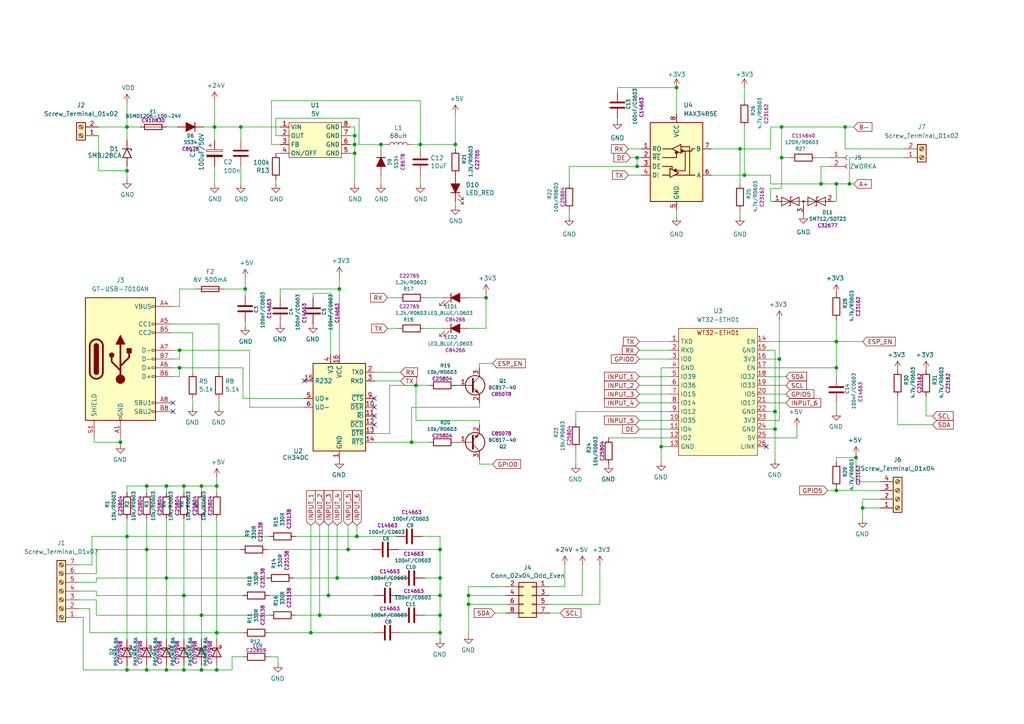
<source format=kicad_sch>
(kicad_sch (version 20211123) (generator eeschema)
  (paper "A4")
  (junction (at 184.785 48.26))
  (junction (at 191.77 129.54))
  (junction (at 119.38 128.27))
  (junction (at 42.545 194.31))
  (junction (at 34.925 128.27))
  (junction (at 48.26 167.64))
  (junction (at 98.425 83.82))
  (junction (at 127.635 159.385))
  (junction (at 248.285 132.715))
  (junction (at 90.17 183.515))
  (junction (at 52.07 106.68))
  (junction (at 58.42 178.435))
  (junction (at 184.785 45.72))
  (junction (at 62.865 183.515))
  (junction (at 103.505 155.575))
  (junction (at 226.06 104.14))
  (junction (at 224.79 119.38))
  (junction (at 226.695 36.83))
  (junction (at 36.83 36.83))
  (junction (at 62.23 36.83))
  (junction (at 226.695 45.72))
  (junction (at 132.08 41.91))
  (junction (at 242.57 99.06))
  (junction (at 140.97 86.36))
  (junction (at 250.19 147.32))
  (junction (at 214.63 43.18))
  (junction (at 58.42 194.31))
  (junction (at 102.87 41.91))
  (junction (at 121.92 41.91))
  (junction (at 127.635 183.515))
  (junction (at 92.71 178.435))
  (junction (at 246.38 53.34))
  (junction (at 102.87 44.45))
  (junction (at 53.34 194.31))
  (junction (at 135.89 175.26))
  (junction (at 110.49 41.91))
  (junction (at 100.965 159.385))
  (junction (at 95.25 172.72))
  (junction (at 196.215 25.4))
  (junction (at 42.545 140.97))
  (junction (at 53.34 140.97))
  (junction (at 69.85 36.83))
  (junction (at 215.9 50.8))
  (junction (at 58.42 140.97))
  (junction (at 97.79 167.64))
  (junction (at 52.07 101.6))
  (junction (at 127.635 178.435))
  (junction (at 120.65 111.76))
  (junction (at 127.635 172.72))
  (junction (at 36.83 49.53))
  (junction (at 242.57 142.24))
  (junction (at 62.865 140.97))
  (junction (at 36.83 194.31))
  (junction (at 238.125 53.34))
  (junction (at 48.26 140.97))
  (junction (at 36.83 155.575))
  (junction (at 224.79 124.46))
  (junction (at 242.57 106.68))
  (junction (at 53.34 172.72))
  (junction (at 242.57 53.34))
  (junction (at 102.87 39.37))
  (junction (at 135.89 172.72))
  (junction (at 42.545 159.385))
  (junction (at 71.12 83.82))
  (junction (at 48.26 194.31))
  (junction (at 127.635 167.64))
  (junction (at 62.865 194.31))
  (junction (at 245.11 36.83))
  (no_connect (at 108.585 115.57))
  (no_connect (at 50.165 116.84))
  (no_connect (at 108.585 118.11))
  (no_connect (at 50.165 119.38))
  (no_connect (at 222.25 129.54))
  (no_connect (at 88.265 110.49))
  (no_connect (at 108.585 123.19))
  (no_connect (at 108.585 120.65))
  (wire (pts (xy 72.39 101.6) (xy 52.07 101.6)))
  (wire (pts (xy 222.25 127) (xy 231.14 127)))
  (wire (pts (xy 72.39 118.11) (xy 72.39 101.6)))
  (wire (pts (xy 97.79 167.64) (xy 97.79 152.4)))
  (wire (pts (xy 62.865 138.43) (xy 62.865 140.97)))
  (wire (pts (xy 139.065 116.84) (xy 139.065 118.11)))
  (wire (pts (xy 50.165 109.22) (xy 52.07 109.22)))
  (wire (pts (xy 115.57 167.64) (xy 97.79 167.64)))
  (wire (pts (xy 63.5 115.57) (xy 63.5 118.11)))
  (wire (pts (xy 246.38 53.34) (xy 246.38 45.72)))
  (wire (pts (xy 223.52 54.61) (xy 223.52 58.42)))
  (wire (pts (xy 242.57 53.34) (xy 246.38 53.34)))
  (wire (pts (xy 223.52 43.18) (xy 223.52 36.83)))
  (wire (pts (xy 135.89 172.72) (xy 135.89 175.26)))
  (wire (pts (xy 127.635 167.64) (xy 127.635 172.72)))
  (wire (pts (xy 36.83 142.875) (xy 36.83 140.97)))
  (wire (pts (xy 70.485 172.72) (xy 53.34 172.72)))
  (wire (pts (xy 242.57 141.605) (xy 242.57 142.24)))
  (wire (pts (xy 62.865 183.515) (xy 62.865 185.42)))
  (wire (pts (xy 102.87 44.45) (xy 102.87 53.34)))
  (wire (pts (xy 139.065 134.62) (xy 139.065 133.35)))
  (wire (pts (xy 185.42 111.76) (xy 194.31 111.76)))
  (wire (pts (xy 36.83 155.575) (xy 26.67 155.575)))
  (wire (pts (xy 121.92 29.21) (xy 121.92 41.91)))
  (wire (pts (xy 69.85 36.83) (xy 81.28 36.83)))
  (wire (pts (xy 48.26 194.31) (xy 53.34 194.31)))
  (wire (pts (xy 42.545 150.495) (xy 42.545 159.385)))
  (wire (pts (xy 36.83 155.575) (xy 36.83 185.42)))
  (wire (pts (xy 127.635 183.515) (xy 127.635 178.435)))
  (wire (pts (xy 36.83 193.04) (xy 36.83 194.31)))
  (wire (pts (xy 214.63 43.18) (xy 223.52 43.18)))
  (wire (pts (xy 224.79 124.46) (xy 224.79 119.38)))
  (wire (pts (xy 26.67 155.575) (xy 26.67 163.83)))
  (wire (pts (xy 28.575 39.37) (xy 28.575 49.53)))
  (wire (pts (xy 222.25 121.92) (xy 226.06 121.92)))
  (wire (pts (xy 238.125 53.34) (xy 242.57 53.34)))
  (wire (pts (xy 167.005 119.38) (xy 167.005 122.555)))
  (wire (pts (xy 168.91 172.72) (xy 168.91 163.83)))
  (wire (pts (xy 42.545 159.385) (xy 42.545 185.42)))
  (wire (pts (xy 139.065 134.62) (xy 142.875 134.62)))
  (wire (pts (xy 48.26 140.97) (xy 53.34 140.97)))
  (wire (pts (xy 80.645 190.5) (xy 80.645 192.405)))
  (wire (pts (xy 48.26 36.83) (xy 51.435 36.83)))
  (wire (pts (xy 245.11 36.83) (xy 247.65 36.83)))
  (wire (pts (xy 102.87 36.83) (xy 102.87 39.37)))
  (wire (pts (xy 270.51 123.19) (xy 260.35 123.19)))
  (wire (pts (xy 36.83 194.31) (xy 24.13 194.31)))
  (wire (pts (xy 26.035 176.53) (xy 22.86 176.53)))
  (wire (pts (xy 101.6 36.83) (xy 102.87 36.83)))
  (wire (pts (xy 238.125 48.26) (xy 238.125 53.34)))
  (wire (pts (xy 215.9 50.8) (xy 215.9 36.83)))
  (wire (pts (xy 53.34 194.31) (xy 58.42 194.31)))
  (wire (pts (xy 34.925 127) (xy 34.925 128.27)))
  (wire (pts (xy 42.545 159.385) (xy 27.94 159.385)))
  (wire (pts (xy 112.395 86.36) (xy 115.57 86.36)))
  (wire (pts (xy 127.635 172.72) (xy 127.635 178.435)))
  (wire (pts (xy 48.26 194.31) (xy 48.26 193.04)))
  (wire (pts (xy 241.935 58.42) (xy 242.57 58.42)))
  (wire (pts (xy 165.1 48.26) (xy 184.785 48.26)))
  (wire (pts (xy 165.1 48.26) (xy 165.1 53.34)))
  (wire (pts (xy 255.27 147.32) (xy 250.19 147.32)))
  (wire (pts (xy 191.77 129.54) (xy 191.77 133.985)))
  (wire (pts (xy 24.13 194.31) (xy 24.13 179.07)))
  (wire (pts (xy 236.855 45.72) (xy 240.665 45.72)))
  (wire (pts (xy 36.83 150.495) (xy 36.83 155.575)))
  (wire (pts (xy 139.065 123.19) (xy 139.065 121.92)))
  (wire (pts (xy 242.57 119.38) (xy 242.57 116.84)))
  (wire (pts (xy 250.19 144.78) (xy 250.19 147.32)))
  (wire (pts (xy 206.375 50.8) (xy 215.9 50.8)))
  (wire (pts (xy 185.42 124.46) (xy 194.31 124.46)))
  (wire (pts (xy 132.08 33.02) (xy 132.08 41.91)))
  (wire (pts (xy 224.79 119.38) (xy 222.25 119.38)))
  (wire (pts (xy 48.26 150.495) (xy 48.26 167.64)))
  (wire (pts (xy 226.695 54.61) (xy 223.52 54.61)))
  (wire (pts (xy 85.725 178.435) (xy 92.71 178.435)))
  (wire (pts (xy 53.34 172.72) (xy 27.94 172.72)))
  (wire (pts (xy 159.385 175.26) (xy 173.99 175.26)))
  (wire (pts (xy 127.635 155.575) (xy 127.635 159.385)))
  (wire (pts (xy 184.785 45.72) (xy 184.785 48.26)))
  (wire (pts (xy 92.71 178.435) (xy 92.71 152.4)))
  (wire (pts (xy 223.52 58.42) (xy 224.155 58.42)))
  (wire (pts (xy 206.375 43.18) (xy 214.63 43.18)))
  (wire (pts (xy 140.97 86.36) (xy 140.97 85.09)))
  (wire (pts (xy 48.26 167.64) (xy 48.26 185.42)))
  (wire (pts (xy 132.08 41.91) (xy 132.08 43.18)))
  (wire (pts (xy 119.38 118.11) (xy 119.38 128.27)))
  (wire (pts (xy 27.305 127) (xy 27.305 128.27)))
  (wire (pts (xy 27.94 166.37) (xy 22.86 166.37)))
  (wire (pts (xy 55.88 115.57) (xy 55.88 118.11)))
  (wire (pts (xy 167.005 130.175) (xy 167.005 134.62)))
  (wire (pts (xy 135.89 170.18) (xy 146.685 170.18)))
  (wire (pts (xy 108.585 110.49) (xy 116.205 110.49)))
  (wire (pts (xy 173.99 175.26) (xy 173.99 163.83)))
  (wire (pts (xy 110.49 41.91) (xy 111.76 41.91)))
  (wire (pts (xy 81.28 83.82) (xy 81.28 86.36)))
  (wire (pts (xy 70.485 183.515) (xy 62.865 183.515)))
  (wire (pts (xy 42.545 194.31) (xy 42.545 193.04)))
  (wire (pts (xy 40.64 36.83) (xy 36.83 36.83)))
  (wire (pts (xy 36.83 194.31) (xy 42.545 194.31)))
  (wire (pts (xy 62.865 150.495) (xy 62.865 183.515)))
  (wire (pts (xy 102.87 41.91) (xy 102.87 44.45)))
  (wire (pts (xy 114.935 155.575) (xy 103.505 155.575)))
  (wire (pts (xy 113.03 125.73) (xy 113.03 111.76)))
  (wire (pts (xy 85.725 155.575) (xy 103.505 155.575)))
  (wire (pts (xy 108.585 128.27) (xy 119.38 128.27)))
  (wire (pts (xy 62.23 48.26) (xy 62.23 53.34)))
  (wire (pts (xy 242.57 92.71) (xy 242.57 99.06)))
  (wire (pts (xy 58.42 178.435) (xy 58.42 185.42)))
  (wire (pts (xy 131.445 111.76) (xy 132.08 111.76)))
  (wire (pts (xy 95.25 172.72) (xy 95.25 152.4)))
  (wire (pts (xy 80.01 44.45) (xy 81.28 44.45)))
  (wire (pts (xy 135.89 175.26) (xy 146.685 175.26)))
  (wire (pts (xy 226.695 36.83) (xy 245.11 36.83)))
  (wire (pts (xy 159.385 170.18) (xy 163.83 170.18)))
  (wire (pts (xy 52.07 88.9) (xy 50.165 88.9)))
  (wire (pts (xy 62.23 40.64) (xy 62.23 36.83)))
  (wire (pts (xy 222.25 111.76) (xy 227.965 111.76)))
  (wire (pts (xy 214.63 60.96) (xy 214.63 62.865)))
  (wire (pts (xy 110.49 41.91) (xy 110.49 43.18)))
  (wire (pts (xy 27.94 178.435) (xy 27.94 173.99)))
  (wire (pts (xy 167.005 119.38) (xy 194.31 119.38)))
  (wire (pts (xy 71.12 80.645) (xy 71.12 83.82)))
  (wire (pts (xy 108.585 107.95) (xy 116.205 107.95)))
  (wire (pts (xy 123.19 95.25) (xy 128.27 95.25)))
  (wire (pts (xy 78.74 29.21) (xy 121.92 29.21)))
  (wire (pts (xy 98.425 80.01) (xy 98.425 83.82)))
  (wire (pts (xy 242.57 132.715) (xy 242.57 133.985)))
  (wire (pts (xy 52.07 83.82) (xy 52.07 88.9)))
  (wire (pts (xy 62.865 140.97) (xy 62.865 142.875)))
  (wire (pts (xy 185.42 114.3) (xy 194.31 114.3)))
  (wire (pts (xy 62.23 36.83) (xy 62.23 29.21)))
  (wire (pts (xy 179.07 25.4) (xy 196.215 25.4)))
  (wire (pts (xy 120.65 121.92) (xy 120.65 111.76)))
  (wire (pts (xy 78.105 183.515) (xy 90.17 183.515)))
  (wire (pts (xy 222.25 106.68) (xy 242.57 106.68)))
  (wire (pts (xy 270.51 120.65) (xy 268.605 120.65)))
  (wire (pts (xy 222.25 104.14) (xy 226.06 104.14)))
  (wire (pts (xy 135.89 172.72) (xy 146.685 172.72)))
  (wire (pts (xy 135.89 86.36) (xy 140.97 86.36)))
  (wire (pts (xy 268.605 120.65) (xy 268.605 114.935)))
  (wire (pts (xy 78.105 190.5) (xy 80.645 190.5)))
  (wire (pts (xy 70.485 115.57) (xy 70.485 106.68)))
  (wire (pts (xy 52.07 109.22) (xy 52.07 106.68)))
  (wire (pts (xy 34.925 128.27) (xy 34.925 128.905)))
  (wire (pts (xy 98.425 83.82) (xy 98.425 102.87)))
  (wire (pts (xy 27.94 167.64) (xy 27.94 168.91)))
  (wire (pts (xy 102.87 39.37) (xy 102.87 41.91)))
  (wire (pts (xy 124.46 111.76) (xy 120.65 111.76)))
  (wire (pts (xy 121.92 41.91) (xy 132.08 41.91)))
  (wire (pts (xy 90.17 183.515) (xy 90.17 152.4)))
  (wire (pts (xy 255.27 144.78) (xy 250.19 144.78)))
  (wire (pts (xy 50.165 104.14) (xy 52.07 104.14)))
  (wire (pts (xy 226.695 45.72) (xy 229.235 45.72)))
  (wire (pts (xy 27.94 168.91) (xy 22.86 168.91)))
  (wire (pts (xy 100.965 159.385) (xy 100.965 152.4)))
  (wire (pts (xy 80.01 34.29) (xy 104.14 34.29)))
  (wire (pts (xy 69.85 159.385) (xy 42.545 159.385)))
  (wire (pts (xy 28.575 36.83) (xy 36.83 36.83)))
  (wire (pts (xy 62.865 194.31) (xy 62.865 193.04)))
  (wire (pts (xy 226.695 36.83) (xy 226.695 45.72)))
  (wire (pts (xy 223.52 36.83) (xy 226.695 36.83)))
  (wire (pts (xy 226.06 121.92) (xy 226.06 104.14)))
  (wire (pts (xy 52.07 101.6) (xy 52.07 104.14)))
  (wire (pts (xy 179.07 25.4) (xy 179.07 26.67)))
  (wire (pts (xy 52.07 101.6) (xy 50.165 101.6)))
  (wire (pts (xy 28.575 49.53) (xy 36.83 49.53)))
  (wire (pts (xy 194.31 106.68) (xy 191.77 106.68)))
  (wire (pts (xy 224.79 101.6) (xy 224.79 119.38)))
  (wire (pts (xy 78.105 155.575) (xy 36.83 155.575)))
  (wire (pts (xy 48.26 167.64) (xy 27.94 167.64)))
  (wire (pts (xy 36.83 29.845) (xy 36.83 36.83)))
  (wire (pts (xy 242.57 99.06) (xy 242.57 106.68)))
  (wire (pts (xy 101.6 44.45) (xy 102.87 44.45)))
  (wire (pts (xy 81.28 39.37) (xy 80.01 39.37)))
  (wire (pts (xy 121.92 41.91) (xy 121.92 43.18)))
  (wire (pts (xy 226.06 92.71) (xy 226.06 104.14)))
  (wire (pts (xy 223.52 53.34) (xy 238.125 53.34)))
  (wire (pts (xy 140.97 95.25) (xy 135.89 95.25)))
  (wire (pts (xy 185.42 116.84) (xy 194.31 116.84)))
  (wire (pts (xy 182.245 43.18) (xy 186.055 43.18)))
  (wire (pts (xy 42.545 140.97) (xy 42.545 142.875)))
  (wire (pts (xy 246.38 53.34) (xy 247.65 53.34)))
  (wire (pts (xy 27.94 171.45) (xy 22.86 171.45)))
  (wire (pts (xy 159.385 177.8) (xy 162.56 177.8)))
  (wire (pts (xy 185.42 109.22) (xy 194.31 109.22)))
  (wire (pts (xy 53.34 194.31) (xy 53.34 193.04)))
  (wire (pts (xy 226.695 45.72) (xy 226.695 54.61)))
  (wire (pts (xy 179.07 34.29) (xy 179.07 34.925)))
  (wire (pts (xy 53.34 140.97) (xy 58.42 140.97)))
  (wire (pts (xy 58.42 140.97) (xy 58.42 142.875)))
  (wire (pts (xy 48.26 140.97) (xy 48.26 142.875)))
  (wire (pts (xy 215.9 50.8) (xy 223.52 50.8)))
  (wire (pts (xy 139.065 105.41) (xy 142.875 105.41)))
  (wire (pts (xy 260.35 123.19) (xy 260.35 114.935)))
  (wire (pts (xy 80.01 39.37) (xy 80.01 34.29)))
  (wire (pts (xy 69.85 48.26) (xy 69.85 53.34)))
  (wire (pts (xy 78.105 172.72) (xy 95.25 172.72)))
  (wire (pts (xy 242.57 99.06) (xy 222.25 99.06)))
  (wire (pts (xy 143.51 177.8) (xy 146.685 177.8)))
  (wire (pts (xy 222.25 114.3) (xy 227.965 114.3)))
  (wire (pts (xy 224.79 124.46) (xy 224.79 133.35)))
  (wire (pts (xy 36.83 48.26) (xy 36.83 49.53)))
  (wire (pts (xy 214.63 43.18) (xy 214.63 53.34)))
  (wire (pts (xy 63.5 93.98) (xy 63.5 107.95)))
  (wire (pts (xy 185.42 121.92) (xy 194.31 121.92)))
  (wire (pts (xy 63.5 93.98) (xy 50.165 93.98)))
  (wire (pts (xy 27.94 159.385) (xy 27.94 166.37)))
  (wire (pts (xy 70.485 106.68) (xy 52.07 106.68)))
  (wire (pts (xy 70.485 115.57) (xy 88.265 115.57)))
  (wire (pts (xy 196.215 60.96) (xy 196.215 62.865)))
  (wire (pts (xy 107.95 159.385) (xy 100.965 159.385)))
  (wire (pts (xy 53.34 172.72) (xy 53.34 185.42)))
  (wire (pts (xy 184.785 45.72) (xy 182.88 45.72)))
  (wire (pts (xy 69.85 36.83) (xy 69.85 40.64)))
  (wire (pts (xy 127.635 172.72) (xy 116.205 172.72)))
  (wire (pts (xy 127.635 183.515) (xy 127.635 185.42)))
  (wire (pts (xy 240.03 142.24) (xy 242.57 142.24)))
  (wire (pts (xy 139.065 105.41) (xy 139.065 106.68)))
  (wire (pts (xy 132.08 59.69) (xy 132.08 58.42)))
  (wire (pts (xy 163.83 170.18) (xy 163.83 163.83)))
  (wire (pts (xy 81.28 41.91) (xy 78.74 41.91)))
  (wire (pts (xy 72.39 118.11) (xy 88.265 118.11)))
  (wire (pts (xy 124.46 128.27) (xy 119.38 128.27)))
  (wire (pts (xy 42.545 140.97) (xy 48.26 140.97)))
  (wire (pts (xy 127.635 167.64) (xy 123.19 167.64)))
  (wire (pts (xy 222.25 109.22) (xy 227.965 109.22)))
  (wire (pts (xy 59.055 36.83) (xy 62.23 36.83)))
  (wire (pts (xy 242.57 106.68) (xy 242.57 109.22)))
  (wire (pts (xy 110.49 50.8) (xy 110.49 53.34)))
  (wire (pts (xy 250.19 147.32) (xy 250.19 150.495)))
  (wire (pts (xy 62.865 183.515) (xy 26.035 183.515)))
  (wire (pts (xy 242.57 53.34) (xy 242.57 58.42)))
  (wire (pts (xy 95.885 85.09) (xy 95.885 102.87)))
  (wire (pts (xy 34.925 128.27) (xy 27.305 128.27)))
  (wire (pts (xy 22.86 179.07) (xy 24.13 179.07)))
  (wire (pts (xy 185.42 101.6) (xy 194.31 101.6)))
  (wire (pts (xy 90.805 85.09) (xy 90.805 86.36)))
  (wire (pts (xy 101.6 39.37) (xy 102.87 39.37)))
  (wire (pts (xy 135.89 175.26) (xy 135.89 184.15)))
  (wire (pts (xy 135.89 170.18) (xy 135.89 172.72)))
  (wire (pts (xy 222.25 124.46) (xy 224.79 124.46)))
  (wire (pts (xy 42.545 194.31) (xy 48.26 194.31)))
  (wire (pts (xy 122.555 155.575) (xy 127.635 155.575)))
  (wire (pts (xy 55.88 96.52) (xy 50.165 96.52)))
  (wire (pts (xy 85.09 167.64) (xy 97.79 167.64)))
  (wire (pts (xy 127.635 178.435) (xy 123.19 178.435)))
  (wire (pts (xy 184.785 48.26) (xy 186.055 48.26)))
  (wire (pts (xy 67.31 190.5) (xy 70.485 190.5)))
  (wire (pts (xy 52.07 83.82) (xy 57.15 83.82)))
  (wire (pts (xy 27.94 172.72) (xy 27.94 171.45)))
  (wire (pts (xy 78.105 178.435) (xy 58.42 178.435)))
  (wire (pts (xy 191.77 106.68) (xy 191.77 129.54)))
  (wire (pts (xy 131.445 128.27) (xy 132.08 128.27)))
  (wire (pts (xy 108.585 183.515) (xy 90.17 183.515)))
  (wire (pts (xy 112.395 95.25) (xy 115.57 95.25)))
  (wire (pts (xy 182.245 50.8) (xy 186.055 50.8)))
  (wire (pts (xy 58.42 178.435) (xy 27.94 178.435)))
  (wire (pts (xy 139.065 121.92) (xy 120.65 121.92)))
  (wire (pts (xy 71.12 83.82) (xy 71.12 85.725)))
  (wire (pts (xy 123.19 86.36) (xy 128.27 86.36)))
  (wire (pts (xy 64.77 83.82) (xy 71.12 83.82)))
  (wire (pts (xy 95.885 85.09) (xy 90.805 85.09)))
  (wire (pts (xy 71.12 94.615) (xy 71.12 93.345)))
  (wire (pts (xy 36.83 49.53) (xy 36.83 52.07)))
  (wire (pts (xy 231.14 127) (xy 231.14 123.825)))
  (wire (pts (xy 255.27 139.7) (xy 248.285 139.7)))
  (wire (pts (xy 176.53 127) (xy 194.31 127)))
  (wire (pts (xy 36.83 140.97) (xy 42.545 140.97)))
  (wire (pts (xy 77.47 167.64) (xy 48.26 167.64)))
  (wire (pts (xy 27.94 173.99) (xy 22.86 173.99)))
  (wire (pts (xy 77.47 159.385) (xy 100.965 159.385)))
  (wire (pts (xy 242.57 99.06) (xy 250.19 99.06)))
  (wire (pts (xy 191.77 129.54) (xy 194.31 129.54)))
  (wire (pts (xy 215.9 25.4) (xy 215.9 29.21)))
  (wire (pts (xy 116.205 183.515) (xy 127.635 183.515)))
  (wire (pts (xy 185.42 104.14) (xy 194.31 104.14)))
  (wire (pts (xy 58.42 194.31) (xy 62.865 194.31)))
  (wire (pts (xy 246.38 45.72) (xy 262.255 45.72)))
  (wire (pts (xy 222.25 116.84) (xy 227.965 116.84)))
  (wire (pts (xy 78.74 41.91) (xy 78.74 29.21)))
  (wire (pts (xy 115.57 178.435) (xy 92.71 178.435)))
  (wire (pts (xy 55.88 107.95) (xy 55.88 96.52)))
  (wire (pts (xy 245.11 36.83) (xy 245.11 43.18)))
  (wire (pts (xy 186.055 45.72) (xy 184.785 45.72)))
  (wire (pts (xy 113.03 111.76) (xy 120.65 111.76)))
  (wire (pts (xy 104.14 41.91) (xy 110.49 41.91)))
  (wire (pts (xy 104.14 34.29) (xy 104.14 41.91)))
  (wire (pts (xy 53.34 140.97) (xy 53.34 142.875)))
  (wire (pts (xy 222.25 101.6) (xy 224.79 101.6)))
  (wire (pts (xy 140.97 86.36) (xy 140.97 95.25)))
  (wire (pts (xy 127.635 159.385) (xy 127.635 167.64)))
  (wire (pts (xy 108.585 125.73) (xy 113.03 125.73)))
  (wire (pts (xy 139.065 118.11) (xy 119.38 118.11)))
  (wire (pts (xy 58.42 194.31) (xy 58.42 193.04)))
  (wire (pts (xy 108.585 172.72) (xy 95.25 172.72)))
  (wire (pts (xy 103.505 155.575) (xy 103.505 152.4)))
  (wire (pts (xy 121.92 53.34) (xy 121.92 50.8)))
  (wire (pts (xy 26.67 163.83) (xy 22.86 163.83)))
  (wire (pts (xy 248.285 132.715) (xy 242.57 132.715)))
  (wire (pts (xy 245.11 43.18) (xy 262.255 43.18)))
  (wire (pts (xy 98.425 83.82) (xy 81.28 83.82)))
  (wire (pts (xy 62.23 36.83) (xy 69.85 36.83)))
  (wire (pts (xy 26.035 183.515) (xy 26.035 176.53)))
  (wire (pts (xy 119.38 41.91) (xy 121.92 41.91)))
  (wire (pts (xy 242.57 142.24) (xy 255.27 142.24)))
  (wire (pts (xy 185.42 99.06) (xy 194.31 99.06)))
  (wire (pts (xy 62.865 194.31) (xy 67.31 194.31)))
  (wire (pts (xy 101.6 41.91) (xy 102.87 41.91)))
  (wire (pts (xy 165.1 60.96) (xy 165.1 62.865)))
  (wire (pts (xy 58.42 150.495) (xy 58.42 178.435)))
  (wire (pts (xy 53.34 150.495) (xy 53.34 172.72)))
  (wire (pts (xy 127.635 159.385) (xy 115.57 159.385)))
  (wire (pts (xy 248.285 132.715) (xy 248.285 132.08)))
  (wire (pts (xy 248.285 139.7) (xy 248.285 132.715)))
  (wire (pts (xy 36.83 36.83) (xy 36.83 40.64)))
  (wire (pts (xy 223.52 50.8) (xy 223.52 53.34)))
  (wire (pts (xy 58.42 140.97) (xy 62.865 140.97)))
  (wire (pts (xy 159.385 172.72) (xy 168.91 172.72)))
  (wire (pts (xy 196.215 25.4) (xy 196.215 33.02)))
  (wire (pts (xy 50.165 106.68) (xy 52.07 106.68)))
  (wire (pts (xy 67.31 194.31) (xy 67.31 190.5)))
  (wire (pts (xy 240.665 48.26) (xy 238.125 48.26)))
  (wire (pts (xy 80.01 52.07) (xy 80.01 53.34)))
  (global_label "INPUT_5" (shape input) (at 185.42 121.92 180) (property "Intersheet References" "${INTERSHEET_REFS}" (effects hide)))
  (global_label "TX" (shape input) (at 112.395 95.25 180) (property "Intersheet References" "${INTERSHEET_REFS}" (effects hide)))
  (global_label "GPIO5" (shape input) (at 227.965 114.3 0) (property "Intersheet References" "${INTERSHEET_REFS}" (effects hide)))
  (global_label "SCL" (shape input) (at 227.965 111.76 0) (property "Intersheet References" "${INTERSHEET_REFS}" (effects hide)))
  (global_label "INPUT_1" (shape input) (at 185.42 109.22 180) (property "Intersheet References" "${INTERSHEET_REFS}" (effects hide)))
  (global_label "DE" (shape input) (at 185.42 124.46 180) (property "Intersheet References" "${INTERSHEET_REFS}" (effects hide)))
  (global_label "ESP_EN" (shape input) (at 250.19 99.06 0) (property "Intersheet References" "${INTERSHEET_REFS}" (effects hide)))
  (global_label "GPIO0" (shape input) (at 142.875 134.62 0) (property "Intersheet References" "${INTERSHEET_REFS}" (effects hide)))
  (global_label "SDA" (shape input) (at 270.51 123.19 0) (property "Intersheet References" "${INTERSHEET_REFS}" (effects hide)))
  (global_label "SDA" (shape input) (at 143.51 177.8 180) (property "Intersheet References" "${INTERSHEET_REFS}" (effects hide)))
  (global_label "INPUT_6" (shape input) (at 227.965 116.84 0) (property "Intersheet References" "${INTERSHEET_REFS}" (effects hide)))
  (global_label "TX" (shape input) (at 182.245 50.8 180) (property "Intersheet References" "${INTERSHEET_REFS}" (effects hide)))
  (global_label "DE" (shape input) (at 182.88 45.72 180) (property "Intersheet References" "${INTERSHEET_REFS}" (effects hide)))
  (global_label "GPIO0" (shape input) (at 185.42 104.14 180) (property "Intersheet References" "${INTERSHEET_REFS}" (effects hide)))
  (global_label "INPUT_2" (shape input) (at 92.71 152.4 90) (property "Intersheet References" "${INTERSHEET_REFS}" (effects hide)))
  (global_label "GPIO5" (shape input) (at 240.03 142.24 180) (property "Intersheet References" "${INTERSHEET_REFS}" (effects hide)))
  (global_label "INPUT_2" (shape input) (at 185.42 111.76 180) (property "Intersheet References" "${INTERSHEET_REFS}" (effects hide)))
  (global_label "RX" (shape input) (at 116.205 107.95 0) (property "Intersheet References" "${INTERSHEET_REFS}" (effects hide)))
  (global_label "SCL" (shape input) (at 162.56 177.8 0) (property "Intersheet References" "${INTERSHEET_REFS}" (effects hide)))
  (global_label "INPUT_5" (shape input) (at 100.965 152.4 90) (property "Intersheet References" "${INTERSHEET_REFS}" (effects hide)))
  (global_label "ESP_EN" (shape input) (at 142.875 105.41 0) (property "Intersheet References" "${INTERSHEET_REFS}" (effects hide)))
  (global_label "INPUT_4" (shape input) (at 97.79 152.4 90) (property "Intersheet References" "${INTERSHEET_REFS}" (effects hide)))
  (global_label "INPUT_3" (shape input) (at 95.25 152.4 90) (property "Intersheet References" "${INTERSHEET_REFS}" (effects hide)))
  (global_label "RX" (shape input) (at 182.245 43.18 180) (property "Intersheet References" "${INTERSHEET_REFS}" (effects hide)))
  (global_label "INPUT_4" (shape input) (at 185.42 116.84 180) (property "Intersheet References" "${INTERSHEET_REFS}" (effects hide)))
  (global_label "A+" (shape input) (at 247.65 53.34 0) (property "Intersheet References" "${INTERSHEET_REFS}" (effects hide)))
  (global_label "SDA" (shape input) (at 227.965 109.22 0) (property "Intersheet References" "${INTERSHEET_REFS}" (effects hide)))
  (global_label "B-" (shape input) (at 247.65 36.83 0) (property "Intersheet References" "${INTERSHEET_REFS}" (effects hide)))
  (global_label "INPUT_6" (shape input) (at 103.505 152.4 90) (property "Intersheet References" "${INTERSHEET_REFS}" (effects hide)))
  (global_label "TX" (shape input) (at 185.42 99.06 180) (property "Intersheet References" "${INTERSHEET_REFS}" (effects hide)))
  (global_label "RX" (shape input) (at 185.42 101.6 180) (property "Intersheet References" "${INTERSHEET_REFS}" (effects hide)))
  (global_label "SCL" (shape input) (at 270.51 120.65 0) (property "Intersheet References" "${INTERSHEET_REFS}" (effects hide)))
  (global_label "INPUT_3" (shape input) (at 185.42 114.3 180) (property "Intersheet References" "${INTERSHEET_REFS}" (effects hide)))
  (global_label "RX" (shape input) (at 112.395 86.36 180) (property "Intersheet References" "${INTERSHEET_REFS}" (effects hide)))
  (global_label "INPUT_1" (shape input) (at 90.17 152.4 90) (property "Intersheet References" "${INTERSHEET_REFS}" (effects hide)))
  (global_label "TX" (shape input) (at 116.205 110.49 0) (property "Intersheet References" "${INTERSHEET_REFS}" (effects hide)))
  (symbol (lib_id "power:GND") (at 127.635 185.42 0) (mirror y) (unit 1)
    (property "Reference" "#PWR021" (effects hide))
    (property "Value" "GND" (at 127.508 189.8142 0))
  )
  (symbol (lib_id "Device:C") (at 81.28 90.17 0) (unit 1)
    (property "Reference" "C4" (at 84.455 91.44 90) (effects (font (size 1 1)) (justify left)))
    (property "Value" "100nF/C0603" (at 86.36 95.885 90) (effects (font (size 1 1)) (justify left)))
    (property "Footprint" "Capacitor_SMD:C_0603_1608Metric" (effects hide))
    (property "JLCPCB" "C14663" (at 88.265 90.805 90) (effects (font (size 1 1))))
  )
  (symbol (lib_id "power:GND") (at 110.49 53.34 0) (unit 1)
    (property "Reference" "#PWR019" (effects hide))
    (property "Value" "GND" (at 110.617 57.7342 0))
  )
  (symbol (lib_id "Device:R") (at 81.915 155.575 90) (mirror x) (unit 1)
    (property "Reference" "R15" (at 80.01 149.86 0) (effects (font (size 1 1)) (justify left)))
    (property "Value" "330R" (at 81.915 148.59 0) (effects (font (size 1 1)) (justify left)))
    (property "Footprint" "Resistor_SMD:R_0603_1608Metric" (effects hide))
    (property "JLCPCB" "C23138" (at 83.82 150.495 0) (effects (font (size 1 1))))
  )
  (symbol (lib_id "power:+5V") (at 62.865 138.43 0) (unit 1)
    (property "Reference" "#PWR07" (effects hide))
    (property "Value" "+5V" (at 63.246 134.0358 0))
  )
  (symbol (lib_id "Device:Fuse") (at 60.96 83.82 90) (mirror x) (unit 1)
    (property "Reference" "F2" (at 60.96 78.8162 90))
    (property "Value" "6V 500mA " (at 60.96 81.1276 90))
    (property "Footprint" "Fuse:Fuse_1206_3216Metric" (effects hide))
  )
  (symbol (lib_id "Device:C") (at 90.805 90.17 0) (unit 1)
    (property "Reference" "C5" (at 93.98 91.44 90) (effects (font (size 1 1)) (justify left)))
    (property "Value" "100nF/C0603" (at 95.885 95.885 90) (effects (font (size 1 1)) (justify left)))
    (property "Footprint" "Capacitor_SMD:C_0603_1608Metric" (effects hide))
    (property "JLCPCB" "C14663" (at 97.79 90.805 90) (effects (font (size 1 1))))
  )
  (symbol (lib_id "Device:R") (at 128.27 111.76 270) (unit 1)
    (property "Reference" "R19" (at 127.635 106.045 90) (effects (font (size 1 1)) (justify left)))
    (property "Value" "10k/R0603" (at 123.825 107.95 90) (effects (font (size 1 1)) (justify left)))
    (property "Footprint" "Resistor_SMD:R_0603_1608Metric" (effects hide))
    (property "JLCPCB" "C25804" (at 128.27 109.855 90) (effects (font (size 1 1))))
  )
  (symbol (lib_id "Device:R") (at 128.27 128.27 270) (unit 1)
    (property "Reference" "R20" (at 127.635 122.555 90) (effects (font (size 1 1)) (justify left)))
    (property "Value" "10k/R0603" (at 123.825 124.46 90) (effects (font (size 1 1)) (justify left)))
    (property "Footprint" "Resistor_SMD:R_0603_1608Metric" (effects hide))
    (property "JLCPCB" "C25804" (at 128.27 126.365 90) (effects (font (size 1 1))))
  )
  (symbol (lib_id "Device:C") (at 179.07 30.48 0) (unit 1)
    (property "Reference" "C13" (at 182.245 31.75 90) (effects (font (size 1 1)) (justify left)))
    (property "Value" "100nF/C0603" (at 184.15 36.195 90) (effects (font (size 1 1)) (justify left)))
    (property "Footprint" "Capacitor_SMD:C_0603_1608Metric" (effects hide))
    (property "JLCPCB" "C14663" (at 186.055 31.115 90) (effects (font (size 1 1))))
  )
  (symbol (lib_id "Device:C") (at 119.38 167.64 90) (unit 1)
    (property "Reference" "C10" (at 120.65 164.465 90) (effects (font (size 1 1)) (justify left)))
    (property "Value" "100nF/C0603" (at 125.095 162.56 90) (effects (font (size 1 1)) (justify left)))
    (property "Footprint" "Capacitor_SMD:C_0603_1608Metric" (effects hide))
    (property "JLCPCB" "C14663" (at 120.015 160.655 90) (effects (font (size 1 1))))
  )
  (symbol (lib_id "Device:R") (at 268.605 111.125 0) (unit 1)
    (property "Reference" "R31" (at 271.145 111.76 90) (effects (font (size 1 1)) (justify left)))
    (property "Value" "4.7k/R0603" (at 273.05 115.57 90) (effects (font (size 1 1)) (justify left)))
    (property "Footprint" "Resistor_SMD:R_0603_1608Metric" (effects hide))
    (property "JLCPCB" "C23162" (at 274.955 111.125 90) (effects (font (size 1 1))))
  )
  (symbol (lib_id "Transistor_BJT:BC817") (at 136.525 111.76 0) (unit 1)
    (property "Reference" "Q1" (at 144.78 110.49 0) (effects (font (size 1 1)) (justify left)))
    (property "Value" "BC817-40" (at 141.605 112.395 0) (effects (font (size 1 1)) (justify left)))
    (property "Footprint" "Package_TO_SOT_SMD:SOT-23" (effects hide))
    (property "Datasheet" "https://www.onsemi.com/pub/Collateral/BC818-D.pdf" (effects hide))
    (property "JLCPCB" "C85078" (at 145.415 114.3 0) (effects (font (size 1 1))))
  )
  (symbol (lib_id "power:GND") (at 196.215 62.865 0) (unit 1)
    (property "Reference" "#PWR035" (effects hide))
    (property "Value" "GND" (at 196.215 67.945 0))
  )
  (symbol (lib_id "Connector:Screw_Terminal_01x02") (at 267.335 45.72 0) (mirror x) (unit 1)
    (property "Reference" "J7" (at 267.335 36.83 0))
    (property "Value" "Screw_Terminal_01x02" (at 267.335 39.37 0))
    (property "Footprint" "Connector_Phoenix_MSTB:PhoenixContact_MSTBA_2,5_2-G-5,08_1x02_P5.08mm_Horizontal" (effects hide))
  )
  (symbol (lib_id "Device:R") (at 242.57 88.9 0) (unit 1)
    (property "Reference" "R28" (at 245.11 89.535 90) (effects (font (size 1 1)) (justify left)))
    (property "Value" "4.7k/R0603" (at 247.015 93.345 90) (effects (font (size 1 1)) (justify left)))
    (property "Footprint" "Resistor_SMD:R_0603_1608Metric" (effects hide))
    (property "JLCPCB" "C23162" (at 248.92 88.9 90) (effects (font (size 1 1))))
  )
  (symbol (lib_id "Device:R") (at 81.915 178.435 90) (mirror x) (unit 1)
    (property "Reference" "R16" (at 80.01 172.72 0) (effects (font (size 1 1)) (justify left)))
    (property "Value" "330R" (at 81.915 171.45 0) (effects (font (size 1 1)) (justify left)))
    (property "Footprint" "Resistor_SMD:R_0603_1608Metric" (effects hide))
    (property "JLCPCB" "C23138" (at 83.82 173.355 0) (effects (font (size 1 1))))
  )
  (symbol (lib_id "Device:C") (at 118.745 155.575 90) (unit 1)
    (property "Reference" "C9" (at 120.015 152.4 90) (effects (font (size 1 1)) (justify left)))
    (property "Value" "100nF/C0603" (at 124.46 150.495 90) (effects (font (size 1 1)) (justify left)))
    (property "Footprint" "Capacitor_SMD:C_0603_1608Metric" (effects hide))
    (property "JLCPCB" "C14663" (at 119.38 148.59 90) (effects (font (size 1 1))))
  )
  (symbol (lib_id "Device:C") (at 69.85 44.45 0) (unit 1)
    (property "Reference" "C2" (at 64.77 46.99 0) (effects (justify left)))
    (property "Value" "100n" (at 64.77 49.53 0) (effects (justify left)))
    (property "Footprint" "Capacitor_SMD:C_0603_1608Metric" (effects hide))
    (property "JLCPCB" "C14663" (effects hide))
  )
  (symbol (lib_id "Device:C") (at 242.57 113.03 0) (unit 1)
    (property "Reference" "C14" (at 245.745 114.3 90) (effects (font (size 1 1)) (justify left)))
    (property "Value" "100nF/C0603" (at 247.65 118.745 90) (effects (font (size 1 1)) (justify left)))
    (property "Footprint" "Capacitor_SMD:C_0603_1608Metric" (effects hide))
    (property "JLCPCB" "C14663" (at 249.555 113.665 90) (effects (font (size 1 1))))
  )
  (symbol (lib_id "power:GND") (at 90.805 93.98 0) (mirror y) (unit 1)
    (property "Reference" "#PWR015" (effects hide))
    (property "Value" "GND" (at 90.678 98.3742 0))
  )
  (symbol (lib_id "Device:R") (at 36.83 146.685 0) (unit 1)
    (property "Reference" "R1" (at 31.115 147.32 90) (effects (font (size 1 1)) (justify left)))
    (property "Value" "10k/R0603" (at 33.02 151.13 90) (effects (font (size 1 1)) (justify left)))
    (property "Footprint" "Resistor_SMD:R_0603_1608Metric" (effects hide))
    (property "JLCPCB" "C25804" (at 34.925 146.685 90) (effects (font (size 1 1))))
  )
  (symbol (lib_id "power:+5V") (at 168.91 163.83 0) (mirror y) (unit 1)
    (property "Reference" "#PWR029" (effects hide))
    (property "Value" "+5V" (at 168.529 159.4358 0))
  )
  (symbol (lib_id "power:GND") (at 224.79 133.35 0) (mirror y) (unit 1)
    (property "Reference" "#PWR038" (effects hide))
    (property "Value" "GND" (at 224.663 137.7442 0))
  )
  (symbol (lib_id "power:GND") (at 135.89 184.15 0) (mirror y) (unit 1)
    (property "Reference" "#PWR024" (effects hide))
    (property "Value" "GND" (at 135.763 188.5442 0))
  )
  (symbol (lib_id "power:+24V") (at 163.83 163.83 0) (mirror y) (unit 1)
    (property "Reference" "#PWR026" (effects hide))
    (property "Value" "+24V" (at 163.449 159.4358 0))
  )
  (symbol (lib_id "Device:R") (at 167.005 126.365 0) (unit 1)
    (property "Reference" "R23" (at 161.29 127 90) (effects (font (size 1 1)) (justify left)))
    (property "Value" "10k/R0603" (at 163.195 130.81 90) (effects (font (size 1 1)) (justify left)))
    (property "Footprint" "Resistor_SMD:R_0603_1608Metric" (effects hide))
    (property "JLCPCB" "C25804" (at 165.1 126.365 90) (effects (font (size 1 1))))
  )
  (symbol (lib_id "Device:C") (at 121.92 46.99 0) (unit 1)
    (property "Reference" "C12" (at 124.841 45.8216 0) (effects (justify left)))
    (property "Value" "10uF" (at 124.841 48.133 0) (effects (justify left)))
    (property "Footprint" "Capacitor_SMD:C_1206_3216Metric" (effects hide))
    (property "JLCPCB" "C107149" (effects hide))
  )
  (symbol (lib_id "Device:R") (at 63.5 111.76 0) (unit 1)
    (property "Reference" "R8" (at 65.278 110.5916 0) (effects (justify left)))
    (property "Value" "5.1k" (at 65.278 112.903 0) (effects (justify left)))
    (property "Footprint" "Resistor_SMD:R_0603_1608Metric" (effects hide))
  )
  (symbol (lib_id "Device:C") (at 112.395 183.515 90) (unit 1)
    (property "Reference" "C8" (at 113.665 180.34 90) (effects (font (size 1 1)) (justify left)))
    (property "Value" "100nF/C0603" (at 118.11 178.435 90) (effects (font (size 1 1)) (justify left)))
    (property "Footprint" "Capacitor_SMD:C_0603_1608Metric" (effects hide))
    (property "JLCPCB" "C14663" (at 113.03 176.53 90) (effects (font (size 1 1))))
  )
  (symbol (lib_id "power:+3.3V") (at 98.425 80.01 0) (unit 1)
    (property "Reference" "#PWR016" (effects hide))
    (property "Value" "+3.3V" (at 98.806 75.6158 0))
  )
  (symbol (lib_id "Device:C") (at 112.395 172.72 90) (unit 1)
    (property "Reference" "C7" (at 113.665 169.545 90) (effects (font (size 1 1)) (justify left)))
    (property "Value" "100nF/C0603" (at 118.11 167.64 90) (effects (font (size 1 1)) (justify left)))
    (property "Footprint" "Capacitor_SMD:C_0603_1608Metric" (effects hide))
    (property "JLCPCB" "C14663" (at 113.03 165.735 90) (effects (font (size 1 1))))
  )
  (symbol (lib_id "power:GND") (at 165.1 62.865 0) (unit 1)
    (property "Reference" "#PWR027" (effects hide))
    (property "Value" "GND" (at 165.1 67.945 0))
  )
  (symbol (lib_id "Device:R") (at 132.08 46.99 0) (unit 1)
    (property "Reference" "R21" (at 134.62 47.625 90) (effects (font (size 1 1)) (justify left)))
    (property "Value" "1.2k/R0603" (at 136.525 51.435 90) (effects (font (size 1 1)) (justify left)))
    (property "Footprint" "Resistor_SMD:R_0603_1608Metric" (effects hide))
    (property "JLCPCB" "C22765" (at 138.43 46.355 90) (effects (font (size 1 1))))
  )
  (symbol (lib_id "Device:LED_ALT") (at 132.08 95.25 0) (unit 1)
    (property "Reference" "LED2" (at 132.715 97.79 0) (effects (font (size 1 1)) (justify right)))
    (property "Value" "LED_BLUE/L0603" (at 137.16 99.695 0) (effects (font (size 1 1)) (justify right)))
    (property "Footprint" "LED_SMD:LED_0603_1608Metric" (effects hide))
    (property "JLCPCB" "C84266" (at 132.08 101.6 0) (effects (font (size 1 1))))
  )
  (symbol (lib_id "power:GND") (at 179.07 34.925 0) (unit 1)
    (property "Reference" "#PWR032" (effects hide))
    (property "Value" "GND" (at 179.07 40.005 0))
  )
  (symbol (lib_id "Connector:Screw_Terminal_01x04") (at 260.35 144.78 0) (mirror x) (unit 1)
    (property "Reference" "J6" (at 260.35 133.35 0))
    (property "Value" "Screw_Terminal_01x04" (at 260.35 135.89 0))
    (property "Footprint" "Connector_Phoenix_MSTB:PhoenixContact_MSTBA_2,5_4-G-5,08_1x04_P5.08mm_Horizontal" (effects hide))
  )
  (symbol (lib_id "Device:R") (at 74.295 190.5 90) (unit 1)
    (property "Reference" "R12" (at 75.565 186.055 90) (effects (font (size 1 1)) (justify left)))
    (property "Value" "10R" (at 76.2 187.325 90) (effects (font (size 1 1)) (justify left)))
    (property "Footprint" "Resistor_SMD:R_0603_1608Metric" (effects hide))
    (property "JLCPCB" "C22859" (at 74.295 188.595 90) (effects (font (size 1 1))))
  )
  (symbol (lib_id "power:GND") (at 233.045 62.23 0) (unit 1)
    (property "Reference" "#PWR041" (effects hide))
    (property "Value" "GND" (at 233.045 67.31 0))
  )
  (symbol (lib_id "Device:R") (at 260.35 111.125 0) (unit 1)
    (property "Reference" "R30" (at 262.89 111.76 90) (effects (font (size 1 1)) (justify left)))
    (property "Value" "4.7k/R0603" (at 264.795 115.57 90) (effects (font (size 1 1)) (justify left)))
    (property "Footprint" "Resistor_SMD:R_0603_1608Metric" (effects hide))
    (property "JLCPCB" "C23162" (at 266.7 111.125 90) (effects (font (size 1 1))))
  )
  (symbol (lib_id "power:GND") (at 102.87 53.34 0) (unit 1)
    (property "Reference" "#PWR018" (effects hide))
    (property "Value" "GND" (at 102.997 57.7342 0))
  )
  (symbol (lib_id "Device:L") (at 115.57 41.91 90) (unit 1)
    (property "Reference" "L1" (at 115.57 37.084 90))
    (property "Value" "68uH" (at 115.57 39.3954 90))
    (property "Footprint" "Inductor_SMD:L_Bourns_SRN8040TA" (effects hide))
    (property "JLCPCB" "C338848" (effects hide))
  )
  (symbol (lib_id "power:GND") (at 176.53 134.62 0) (mirror y) (unit 1)
    (property "Reference" "#PWR031" (effects hide))
    (property "Value" "GND" (at 176.403 139.0142 0))
  )
  (symbol (lib_id "power:GND") (at 63.5 118.11 0) (mirror y) (unit 1)
    (property "Reference" "#PWR08" (effects hide))
    (property "Value" "GND" (at 63.373 122.5042 0))
  )
  (symbol (lib_id "Device:R") (at 165.1 57.15 0) (unit 1)
    (property "Reference" "R22" (at 159.385 57.785 90) (effects (font (size 1 1)) (justify left)))
    (property "Value" "10k/R0603" (at 161.29 61.595 90) (effects (font (size 1 1)) (justify left)))
    (property "Footprint" "Resistor_SMD:R_0603_1608Metric" (effects hide))
    (property "JLCPCB" "C25804" (at 163.195 57.15 90) (effects (font (size 1 1))))
  )
  (symbol (lib_id "power:GND") (at 34.925 128.905 0) (mirror y) (unit 1)
    (property "Reference" "#PWR01" (effects hide))
    (property "Value" "GND" (at 34.798 133.2992 0))
  )
  (symbol (lib_id "Device:R") (at 176.53 130.81 0) (unit 1)
    (property "Reference" "R24" (at 170.815 131.445 90) (effects (font (size 1 1)) (justify left)))
    (property "Value" "10k/R0603" (at 172.72 135.255 90) (effects (font (size 1 1)) (justify left)))
    (property "Footprint" "Resistor_SMD:R_0603_1608Metric" (effects hide))
    (property "JLCPCB" "C25804" (at 174.625 130.81 90) (effects (font (size 1 1))))
  )
  (symbol (lib_id "Device:D_Schottky") (at 48.26 189.23 270) (unit 1)
    (property "Reference" "D4" (at 43.815 187.96 0) (effects (font (size 1 1)) (justify left)))
    (property "Value" "P6SMB6.8A" (at 45.085 184.785 0) (effects (font (size 1 1)) (justify left)))
    (property "Footprint" "Diode_SMD:D_SMB" (effects hide))
    (property "JLCPCB" "C707998" (at 46.355 189.23 0) (effects (font (size 1 1))))
  )
  (symbol (lib_id "power:+3.3V") (at 242.57 85.09 0) (mirror y) (unit 1)
    (property "Reference" "#PWR042" (effects hide))
    (property "Value" "+3.3V" (at 242.189 80.6958 0))
  )
  (symbol (lib_id "Device:D_Filled") (at 55.245 36.83 180) (unit 1)
    (property "Reference" "D6" (at 55.245 39.37 0) (effects (font (size 1 1))))
    (property "Value" "SS34" (at 55.245 41.275 0) (effects (font (size 1 1))))
    (property "Footprint" "Diode_SMD:D_SMA" (effects hide))
    (property "JLCPCB" "C8678" (at 55.245 43.18 0) (effects (font (size 1 1))))
  )
  (symbol (lib_id "power:GND") (at 71.12 94.615 0) (mirror y) (unit 1)
    (property "Reference" "#PWR011" (effects hide))
    (property "Value" "GND" (at 69.215 99.06 0) (effects (justify right)))
  )
  (symbol (lib_id "Interface_USB:CH340C") (at 98.425 118.11 0) (unit 1)
    (property "Reference" "U2" (at 85.09 130.81 0) (effects (justify left)))
    (property "Value" "CH340C" (at 81.915 132.715 0) (effects (justify left)))
    (property "Footprint" "Package_SO:SOIC-16_3.9x9.9mm_P1.27mm" (effects hide))
    (property "Datasheet" "https://datasheet.lcsc.com/szlcsc/Jiangsu-Qin-Heng-CH340C_C84681.pdf" (effects hide))
  )
  (symbol (lib_id "power:VDD") (at 36.83 29.845 0) (unit 1)
    (property "Reference" "#PWR02" (effects hide))
    (property "Value" "VDD" (at 37.211 25.4508 0))
  )
  (symbol (lib_id "Connector:Conn_01x02_Female") (at 245.745 45.72 0) (unit 1)
    (property "Reference" "J5" (at 247.65 45.7199 0) (effects (justify left)))
    (property "Value" "ZWORKA" (at 246.38 48.26 0) (effects (justify left)))
    (property "Footprint" "Connector_PinHeader_2.54mm:PinHeader_1x02_P2.54mm_Vertical" (effects hide))
  )
  (symbol (lib_id "power:+3.3V") (at 215.9 25.4 0) (unit 1)
    (property "Reference" "#PWR037" (effects hide))
    (property "Value" "+3.3V" (at 215.9 21.59 0))
  )
  (symbol (lib_id "Device:C") (at 71.12 89.535 0) (unit 1)
    (property "Reference" "C3" (at 74.295 90.805 90) (effects (font (size 1 1)) (justify left)))
    (property "Value" "100nF/C0603" (at 76.2 95.25 90) (effects (font (size 1 1)) (justify left)))
    (property "Footprint" "Capacitor_SMD:C_0603_1608Metric" (effects hide))
    (property "JLCPCB" "C14663" (at 78.105 89.535 90) (effects (font (size 1 1))))
  )
  (symbol (lib_id "Diode:SM6T18A") (at 36.83 44.45 270) (unit 1)
    (property "Reference" "D1" (at 31.75 43.18 90) (effects (justify left)))
    (property "Value" "SMBJ28CA" (at 25.4 45.085 90) (effects (justify left)))
    (property "Footprint" "Diode_SMD:D_SMB" (effects hide))
    (property "Datasheet" "https://www.st.com/resource/en/datasheet/sm6t.pdf" (effects hide))
  )
  (symbol (lib_id "Connector_Generic:Conn_02x04_Odd_Even") (at 154.305 172.72 0) (mirror y) (unit 1)
    (property "Reference" "J4" (at 153.035 164.6682 0))
    (property "Value" "Conn_02x04_Odd_Even" (at 153.035 166.9796 0))
    (property "Footprint" "Connector_PinHeader_2.54mm:PinHeader_2x04_P2.54mm_Vertical" (effects hide))
  )
  (symbol (lib_id "Device:Fuse") (at 44.45 36.83 270) (unit 1)
    (property "Reference" "F1" (at 44.45 32.385 90) (effects (font (size 1 1))))
    (property "Value" "BSMD1206-100-24V" (at 44.45 33.655 90) (effects (font (size 1 1))))
    (property "Footprint" "Fuse:Fuse_1206_3216Metric" (effects hide))
    (property "JLCPCB" "C910830" (at 44.45 34.925 90) (effects (font (size 1 1))))
  )
  (symbol (lib_id "Connector:Screw_Terminal_01x07") (at 17.78 171.45 180) (unit 1)
    (property "Reference" "J1" (at 17.78 157.48 0))
    (property "Value" "Screw_Terminal_01x07" (at 17.78 160.02 0))
    (property "Footprint" "Connector_Phoenix_MSTB:PhoenixContact_MSTBA_2,5_7-G-5,08_1x07_P5.08mm_Horizontal" (effects hide))
  )
  (symbol (lib_id "Connector:Screw_Terminal_01x02") (at 23.495 39.37 180) (unit 1)
    (property "Reference" "J2" (at 23.495 30.48 0))
    (property "Value" "Screw_Terminal_01x02" (at 23.495 33.02 0))
    (property "Footprint" "Connector_Phoenix_MSTB:PhoenixContact_MSTBA_2,5_2-G-5,08_1x02_P5.08mm_Horizontal" (effects hide))
  )
  (symbol (lib_id "Device:R") (at 73.66 159.385 90) (mirror x) (unit 1)
    (property "Reference" "R9" (at 71.755 153.67 0) (effects (font (size 1 1)) (justify left)))
    (property "Value" "330R" (at 73.66 152.4 0) (effects (font (size 1 1)) (justify left)))
    (property "Footprint" "Resistor_SMD:R_0603_1608Metric" (effects hide))
    (property "JLCPCB" "C23138" (at 75.565 154.305 0) (effects (font (size 1 1))))
  )
  (symbol (lib_id "power:GND") (at 81.28 93.98 0) (mirror y) (unit 1)
    (property "Reference" "#PWR014" (effects hide))
    (property "Value" "GND" (at 81.153 98.3742 0))
  )
  (symbol (lib_id "power:+5V") (at 248.285 132.08 0) (mirror y) (unit 1)
    (property "Reference" "#PWR044" (effects hide))
    (property "Value" "+5V" (at 247.904 127.6858 0))
  )
  (symbol (lib_id "power:GND") (at 132.08 59.69 0) (unit 1)
    (property "Reference" "#PWR023" (effects hide))
    (property "Value" "GND" (at 132.207 64.0842 0))
  )
  (symbol (lib_id "power:+3.3V") (at 196.215 25.4 0) (unit 1)
    (property "Reference" "#PWR034" (effects hide))
    (property "Value" "+3.3V" (at 196.215 21.59 0))
  )
  (symbol (lib_id "Device:R") (at 119.38 86.36 90) (unit 1)
    (property "Reference" "R17" (at 120.015 83.82 90) (effects (font (size 1 1)) (justify left)))
    (property "Value" "1.2k/R0603" (at 123.825 81.915 90) (effects (font (size 1 1)) (justify left)))
    (property "Footprint" "Resistor_SMD:R_0603_1608Metric" (effects hide))
    (property "JLCPCB" "C22765" (at 118.745 80.01 90) (effects (font (size 1 1))))
  )
  (symbol (lib_id "Device:D_Schottky") (at 58.42 189.23 270) (unit 1)
    (property "Reference" "D7" (at 53.975 187.96 0) (effects (font (size 1 1)) (justify left)))
    (property "Value" "P6SMB6.8A" (at 55.245 184.785 0) (effects (font (size 1 1)) (justify left)))
    (property "Footprint" "Diode_SMD:D_SMB" (effects hide))
    (property "JLCPCB" "C707998" (at 56.515 189.23 0) (effects (font (size 1 1))))
  )
  (symbol (lib_id "power:GND") (at 80.01 53.34 0) (unit 1)
    (property "Reference" "#PWR012" (effects hide))
    (property "Value" "GND" (at 80.137 57.7342 0))
  )
  (symbol (lib_id "power:GND") (at 191.77 133.985 0) (mirror y) (unit 1)
    (property "Reference" "#PWR033" (effects hide))
    (property "Value" "GND" (at 191.643 138.3792 0))
  )
  (symbol (lib_id "power:+5V") (at 71.12 80.645 0) (unit 1)
    (property "Reference" "#PWR010" (effects hide))
    (property "Value" "+5V" (at 71.501 76.2508 0))
  )
  (symbol (lib_id "Connector:USB_C_Receptacle_USB2.0") (at 34.925 104.14 0) (unit 1)
    (property "Reference" "J3" (at 34.925 81.28 0))
    (property "Value" "GT-USB-7010AN" (at 34.925 83.82 0))
    (property "Footprint" "Connector_USB:USB_C_Receptacle_HRO_TYPE-C-31-M-12" (effects hide))
    (property "Datasheet" "https://www.usb.org/sites/default/files/documents/usb_type-c.zip" (effects hide))
  )
  (symbol (lib_id "Device:R") (at 62.865 146.685 0) (unit 1)
    (property "Reference" "R7" (at 57.15 147.32 90) (effects (font (size 1 1)) (justify left)))
    (property "Value" "10k/R0603" (at 59.055 151.13 90) (effects (font (size 1 1)) (justify left)))
    (property "Footprint" "Resistor_SMD:R_0603_1608Metric" (effects hide))
    (property "JLCPCB" "C25804" (at 60.96 146.685 90) (effects (font (size 1 1))))
  )
  (symbol (lib_id "Device:R") (at 233.045 45.72 90) (unit 1)
    (property "Reference" "R27" (at 233.68 43.18 90) (effects (font (size 1 1)) (justify left)))
    (property "Value" "120R/R0603" (at 237.49 41.275 90) (effects (font (size 1 1)) (justify left)))
    (property "Footprint" "Resistor_SMD:R_0603_1608Metric" (effects hide))
    (property "JLCPCB" "C114640" (at 233.045 39.37 90) (effects (font (size 1 1))))
  )
  (symbol (lib_id "power:GND") (at 80.645 192.405 0) (mirror y) (unit 1)
    (property "Reference" "#PWR013" (effects hide))
    (property "Value" "GND" (at 80.518 196.7992 0))
  )
  (symbol (lib_id "power:GND") (at 62.23 53.34 0) (unit 1)
    (property "Reference" "#PWR06" (effects hide))
    (property "Value" "GND" (at 62.357 57.7342 0))
  )
  (symbol (lib_id "power:GND") (at 36.83 52.07 0) (unit 1)
    (property "Reference" "#PWR03" (effects hide))
    (property "Value" "GND" (at 36.957 56.4642 0))
  )
  (symbol (lib_id "Device:R") (at 80.01 48.26 180) (unit 1)
    (property "Reference" "R13" (at 78.232 49.4284 0) (effects (justify left)))
    (property "Value" "100k" (at 78.232 47.117 0) (effects (justify left)))
    (property "Footprint" "Resistor_SMD:R_0603_1608Metric" (effects hide))
    (property "JLCPCB" "C269704" (effects hide))
  )
  (symbol (lib_id "WT-32_LAN_sym:WT32-ETH01") (at 189.23 92.71 0) (unit 1)
    (property "Reference" "U3" (at 208.28 90.17 0))
    (property "Value" "WT32-ETH01" (at 208.28 92.71 0))
    (property "Footprint" "RF_Module:WT32_ETH01" (effects hide))
  )
  (symbol (lib_id "Device:CP") (at 62.23 44.45 0) (unit 1)
    (property "Reference" "C1" (at 55.88 45.72 90) (effects (justify left)))
    (property "Value" "100uF/50V" (at 58.42 49.53 90) (effects (justify left)))
    (property "Footprint" "Capacitor_SMD:CP_Elec_8x10" (effects hide))
    (property "JLCPCB" "C72480" (effects hide))
  )
  (symbol (lib_id "Device:R") (at 58.42 146.685 0) (unit 1)
    (property "Reference" "R6" (at 52.705 147.32 90) (effects (font (size 1 1)) (justify left)))
    (property "Value" "10k/R0603" (at 54.61 151.13 90) (effects (font (size 1 1)) (justify left)))
    (property "Footprint" "Resistor_SMD:R_0603_1608Metric" (effects hide))
    (property "JLCPCB" "C25804" (at 56.515 146.685 90) (effects (font (size 1 1))))
  )
  (symbol (lib_id "Device:R") (at 74.295 183.515 90) (mirror x) (unit 1)
    (property "Reference" "R11" (at 72.39 177.8 0) (effects (font (size 1 1)) (justify left)))
    (property "Value" "330R" (at 74.295 176.53 0) (effects (font (size 1 1)) (justify left)))
    (property "Footprint" "Resistor_SMD:R_0603_1608Metric" (effects hide))
    (property "JLCPCB" "C23138" (at 76.2 178.435 0) (effects (font (size 1 1))))
  )
  (symbol (lib_id "Device:R") (at 74.295 172.72 90) (mirror x) (unit 1)
    (property "Reference" "R10" (at 72.39 167.005 0) (effects (font (size 1 1)) (justify left)))
    (property "Value" "330R" (at 74.295 165.735 0) (effects (font (size 1 1)) (justify left)))
    (property "Footprint" "Resistor_SMD:R_0603_1608Metric" (effects hide))
    (property "JLCPCB" "C23138" (at 76.2 167.64 0) (effects (font (size 1 1))))
  )
  (symbol (lib_id "Device:D_Schottky") (at 42.545 189.23 270) (unit 1)
    (property "Reference" "D3" (at 38.1 187.96 0) (effects (font (size 1 1)) (justify left)))
    (property "Value" "P6SMB6.8A" (at 39.37 184.785 0) (effects (font (size 1 1)) (justify left)))
    (property "Footprint" "Diode_SMD:D_SMB" (effects hide))
    (property "JLCPCB" "C707998" (at 40.64 189.23 0) (effects (font (size 1 1))))
  )
  (symbol (lib_id "Device:R") (at 119.38 95.25 90) (unit 1)
    (property "Reference" "R18" (at 120.015 92.71 90) (effects (font (size 1 1)) (justify left)))
    (property "Value" "1.2k/R0603" (at 123.825 90.805 90) (effects (font (size 1 1)) (justify left)))
    (property "Footprint" "Resistor_SMD:R_0603_1608Metric" (effects hide))
    (property "JLCPCB" "C22765" (at 118.745 88.9 90) (effects (font (size 1 1))))
  )
  (symbol (lib_id "Device:D_Schottky") (at 53.34 189.23 270) (unit 1)
    (property "Reference" "D5" (at 48.895 187.96 0) (effects (font (size 1 1)) (justify left)))
    (property "Value" "P6SMB6.8A" (at 50.165 184.785 0) (effects (font (size 1 1)) (justify left)))
    (property "Footprint" "Diode_SMD:D_SMB" (effects hide))
    (property "JLCPCB" "C707998" (at 51.435 189.23 0) (effects (font (size 1 1))))
  )
  (symbol (lib_id "Device:R") (at 53.34 146.685 0) (unit 1)
    (property "Reference" "R4" (at 47.625 147.32 90) (effects (font (size 1 1)) (justify left)))
    (property "Value" "10k/R0603" (at 49.53 151.13 90) (effects (font (size 1 1)) (justify left)))
    (property "Footprint" "Resistor_SMD:R_0603_1608Metric" (effects hide))
    (property "JLCPCB" "C25804" (at 51.435 146.685 90) (effects (font (size 1 1))))
  )
  (symbol (lib_id "Device:LED_ALT") (at 132.08 54.61 90) (unit 1)
    (property "Reference" "D10" (at 135.0772 53.6194 90) (effects (justify right)))
    (property "Value" "LED_RED" (at 135.0772 55.9308 90) (effects (justify right)))
    (property "Footprint" "LED_SMD:LED_0603_1608Metric" (effects hide))
    (property "JLCPCB" "C84256" (effects hide))
  )
  (symbol (lib_id "power:GND") (at 214.63 62.865 0) (unit 1)
    (property "Reference" "#PWR036" (effects hide))
    (property "Value" "GND" (at 214.63 67.945 0))
  )
  (symbol (lib_id "power:GND") (at 242.57 119.38 0) (mirror y) (unit 1)
    (property "Reference" "#PWR043" (effects hide))
    (property "Value" "GND" (at 242.443 123.7742 0))
  )
  (symbol (lib_id "Device:D_Schottky") (at 36.83 189.23 270) (unit 1)
    (property "Reference" "D2" (at 32.385 187.96 0) (effects (font (size 1 1)) (justify left)))
    (property "Value" "P6SMB6.8A" (at 33.655 184.785 0) (effects (font (size 1 1)) (justify left)))
    (property "Footprint" "Diode_SMD:D_SMB" (effects hide))
    (property "JLCPCB" "C707998" (at 34.925 189.23 0) (effects (font (size 1 1))))
  )
  (symbol (lib_id "Device:R") (at 242.57 137.795 0) (unit 1)
    (property "Reference" "R29" (at 245.11 138.43 90) (effects (font (size 1 1)) (justify left)))
    (property "Value" "4.7k/R0603" (at 247.015 142.24 90) (effects (font (size 1 1)) (justify left)))
    (property "Footprint" "Resistor_SMD:R_0603_1608Metric" (effects hide))
    (property "JLCPCB" "C23162" (at 248.92 137.795 90) (effects (font (size 1 1))))
  )
  (symbol (lib_id "power:GND") (at 121.92 53.34 0) (unit 1)
    (property "Reference" "#PWR020" (effects hide))
    (property "Value" "GND" (at 122.047 57.7342 0))
  )
  (symbol (lib_id "Device:R") (at 55.88 111.76 0) (unit 1)
    (property "Reference" "R5" (at 57.658 110.5916 0) (effects (justify left)))
    (property "Value" "5.1k" (at 57.658 112.903 0) (effects (justify left)))
    (property "Footprint" "Resistor_SMD:R_0603_1608Metric" (effects hide))
  )
  (symbol (lib_id "Diode:SM712_SOT23") (at 233.045 58.42 0) (unit 1)
    (property "Reference" "D11" (at 240.03 61.595 0) (effects (font (size 1 1))))
    (property "Value" "SM712/SOT23" (at 240.03 63.5 0) (effects (font (size 1 1))))
    (property "Footprint" "Package_TO_SOT_SMD:SOT-23" (effects hide))
    (property "Datasheet" "https://www.littelfuse.com/~/media/electronics/datasheets/tvs_diode_arrays/littelfuse_tvs_diode_array_sm712_datasheet.pdf.pdf" (effects hide))
    (property "JLCPCB" "C32677" (at 240.03 65.405 0) (effects (font (size 1 1))))
  )
  (symbol (lib_id "Interface_UART:MAX3485") (at 196.215 45.72 0) (unit 1)
    (property "Reference" "U4" (at 198.2344 30.48 0) (effects (justify left)))
    (property "Value" "MAX3485E" (at 198.2344 33.02 0) (effects (justify left)))
    (property "Footprint" "Package_SO:SOP-8_3.9x4.9mm_P1.27mm" (effects hide))
    (property "Datasheet" "https://datasheets.maximintegrated.com/en/ds/MAX3483-MAX3491.pdf" (effects hide))
    (property "JLCPCB" "C9943" (effects hide))
  )
  (symbol (lib_id "Device:D_Schottky") (at 62.865 189.23 270) (unit 1)
    (property "Reference" "D8" (at 58.42 187.96 0) (effects (font (size 1 1)) (justify left)))
    (property "Value" "P6SMB6.8A" (at 59.69 184.785 0) (effects (font (size 1 1)) (justify left)))
    (property "Footprint" "Diode_SMD:D_SMB" (effects hide))
    (property "JLCPCB" "C707998" (at 60.96 189.23 0) (effects (font (size 1 1))))
  )
  (symbol (lib_id "power:+3.3V") (at 173.99 163.83 0) (unit 1)
    (property "Reference" "#PWR030" (effects hide))
    (property "Value" "+3.3V" (at 174.371 159.4358 0))
  )
  (symbol (lib_id "Device:C") (at 111.76 159.385 90) (unit 1)
    (property "Reference" "C6" (at 113.03 156.21 90) (effects (font (size 1 1)) (justify left)))
    (property "Value" "100nF/C0603" (at 117.475 154.305 90) (effects (font (size 1 1)) (justify left)))
    (property "Footprint" "Capacitor_SMD:C_0603_1608Metric" (effects hide))
    (property "JLCPCB" "C14663" (at 112.395 152.4 90) (effects (font (size 1 1))))
  )
  (symbol (lib_id "power:+3.3V") (at 226.06 92.71 0) (mirror y) (unit 1)
    (property "Reference" "#PWR039" (effects hide))
    (property "Value" "+3.3V" (at 225.679 88.3158 0))
  )
  (symbol (lib_id "power:GND") (at 55.88 118.11 0) (mirror y) (unit 1)
    (property "Reference" "#PWR04" (effects hide))
    (property "Value" "GND" (at 55.753 122.5042 0))
  )
  (symbol (lib_id "Device:LED_ALT") (at 132.08 86.36 0) (unit 1)
    (property "Reference" "LED1" (at 132.715 88.9 0) (effects (font (size 1 1)) (justify right)))
    (property "Value" "LED_BLUE/L0603" (at 137.16 90.805 0) (effects (font (size 1 1)) (justify right)))
    (property "Footprint" "LED_SMD:LED_0603_1608Metric" (effects hide))
    (property "JLCPCB" "C84266" (at 132.08 92.71 0) (effects (font (size 1 1))))
  )
  (symbol (lib_id "power:GND") (at 167.005 134.62 0) (mirror y) (unit 1)
    (property "Reference" "#PWR028" (effects hide))
    (property "Value" "GND" (at 166.878 139.0142 0))
  )
  (symbol (lib_id "power:+3.3V") (at 268.605 107.315 0) (mirror y) (unit 1)
    (property "Reference" "#PWR047" (effects hide))
    (property "Value" "+3.3V" (at 268.224 102.9208 0))
  )
  (symbol (lib_id "Device:R") (at 48.26 146.685 0) (unit 1)
    (property "Reference" "R3" (at 42.545 147.32 90) (effects (font (size 1 1)) (justify left)))
    (property "Value" "10k/R0603" (at 44.45 151.13 90) (effects (font (size 1 1)) (justify left)))
    (property "Footprint" "Resistor_SMD:R_0603_1608Metric" (effects hide))
    (property "JLCPCB" "C25804" (at 46.355 146.685 90) (effects (font (size 1 1))))
  )
  (symbol (lib_id "power:+24V") (at 62.23 29.21 0) (unit 1)
    (property "Reference" "#PWR05" (effects hide))
    (property "Value" "+24V" (at 62.611 24.8158 0))
  )
  (symbol (lib_id "power:GND") (at 250.19 150.495 0) (mirror y) (unit 1)
    (property "Reference" "#PWR045" (effects hide))
    (property "Value" "GND" (at 250.063 154.8892 0))
  )
  (symbol (lib_id "Transistor_BJT:BC817") (at 136.525 128.27 0) (mirror x) (unit 1)
    (property "Reference" "Q2" (at 144.78 129.54 0) (effects (font (size 1 1)) (justify left)))
    (property "Value" "BC817-40" (at 141.605 127.635 0) (effects (font (size 1 1)) (justify left)))
    (property "Footprint" "Package_TO_SOT_SMD:SOT-23" (effects hide))
    (property "Datasheet" "https://www.onsemi.com/pub/Collateral/BC818-D.pdf" (effects hide))
    (property "JLCPCB" "C85078" (at 145.415 125.73 0) (effects (font (size 1 1))))
  )
  (symbol (lib_id "Power_Management:XL1509-5") (at 73.66 31.75 0) (unit 1)
    (property "Reference" "U1" (at 91.44 30.48 0))
    (property "Value" "5V" (at 91.44 33.02 0))
    (property "Footprint" "Package_SO:SO-8_3.9x4.9mm_P1.27mm" (effects hide))
  )
  (symbol (lib_id "Device:R") (at 42.545 146.685 0) (unit 1)
    (property "Reference" "R2" (at 36.83 147.32 90) (effects (font (size 1 1)) (justify left)))
    (property "Value" "10k/R0603" (at 38.735 151.13 90) (effects (font (size 1 1)) (justify left)))
    (property "Footprint" "Resistor_SMD:R_0603_1608Metric" (effects hide))
    (property "JLCPCB" "C25804" (at 40.64 146.685 90) (effects (font (size 1 1))))
  )
  (symbol (lib_id "Device:D_Filled") (at 110.49 46.99 270) (unit 1)
    (property "Reference" "D9" (at 113.03 46.99 0) (effects (font (size 1 1))))
    (property "Value" "SS34" (at 114.935 46.99 0) (effects (font (size 1 1))))
    (property "Footprint" "Diode_SMD:D_SMA" (effects hide))
    (property "JLCPCB" "C8678" (at 116.84 46.99 0) (effects (font (size 1 1))))
  )
  (symbol (lib_id "power:+5V") (at 132.08 33.02 0) (unit 1)
    (property "Reference" "#PWR022" (effects hide))
    (property "Value" "+5V" (at 132.461 28.6258 0))
  )
  (symbol (lib_id "Device:C") (at 119.38 178.435 90) (unit 1)
    (property "Reference" "C11" (at 120.65 175.26 90) (effects (font (size 1 1)) (justify left)))
    (property "Value" "100nF/C0603" (at 125.095 173.355 90) (effects (font (size 1 1)) (justify left)))
    (property "Footprint" "Capacitor_SMD:C_0603_1608Metric" (effects hide))
    (property "JLCPCB" "C14663" (at 120.015 171.45 90) (effects (font (size 1 1))))
  )
  (symbol (lib_id "power:+3.3V") (at 140.97 85.09 0) (unit 1)
    (property "Reference" "#PWR025" (effects hide))
    (property "Value" "+3.3V" (at 141.351 80.6958 0))
  )
  (symbol (lib_id "Device:R") (at 214.63 57.15 0) (unit 1)
    (property "Reference" "R25" (at 217.17 57.785 90) (effects (font (size 1 1)) (justify left)))
    (property "Value" "4.7k/R0603" (at 219.075 61.595 90) (effects (font (size 1 1)) (justify left)))
    (property "Footprint" "Resistor_SMD:R_0603_1608Metric" (effects hide))
    (property "JLCPCB" "C23162" (at 220.98 57.15 90) (effects (font (size 1 1))))
  )
  (symbol (lib_id "power:GND") (at 69.85 53.34 0) (unit 1)
    (property "Reference" "#PWR09" (effects hide))
    (property "Value" "GND" (at 69.977 57.7342 0))
  )
  (symbol (lib_id "Device:R") (at 81.28 167.64 90) (mirror x) (unit 1)
    (property "Reference" "R14" (at 79.375 161.925 0) (effects (font (size 1 1)) (justify left)))
    (property "Value" "330R" (at 81.28 160.655 0) (effects (font (size 1 1)) (justify left)))
    (property "Footprint" "Resistor_SMD:R_0603_1608Metric" (effects hide))
    (property "JLCPCB" "C23138" (at 83.185 162.56 0) (effects (font (size 1 1))))
  )
  (symbol (lib_id "Device:R") (at 215.9 33.02 0) (unit 1)
    (property "Reference" "R26" (at 218.44 33.655 90) (effects (font (size 1 1)) (justify left)))
    (property "Value" "4.7k/R0603" (at 220.345 37.465 90) (effects (font (size 1 1)) (justify left)))
    (property "Footprint" "Resistor_SMD:R_0603_1608Metric" (effects hide))
    (property "JLCPCB" "C23162" (at 222.25 33.02 90) (effects (font (size 1 1))))
  )
  (symbol (lib_id "power:+3.3V") (at 260.35 107.315 0) (mirror y) (unit 1)
    (property "Reference" "#PWR046" (effects hide))
    (property "Value" "+3.3V" (at 259.969 102.9208 0))
  )
  (symbol (lib_id "power:+5V") (at 231.14 123.825 0) (mirror y) (unit 1)
    (property "Reference" "#PWR040" (effects hide))
    (property "Value" "+5V" (at 230.759 119.4308 0))
  )
  (symbol (lib_id "power:GND") (at 98.425 133.35 0) (mirror y) (unit 1)
    (property "Reference" "#PWR017" (effects hide))
    (property "Value" "GND" (at 98.298 137.7442 0))
  )
)
</source>
